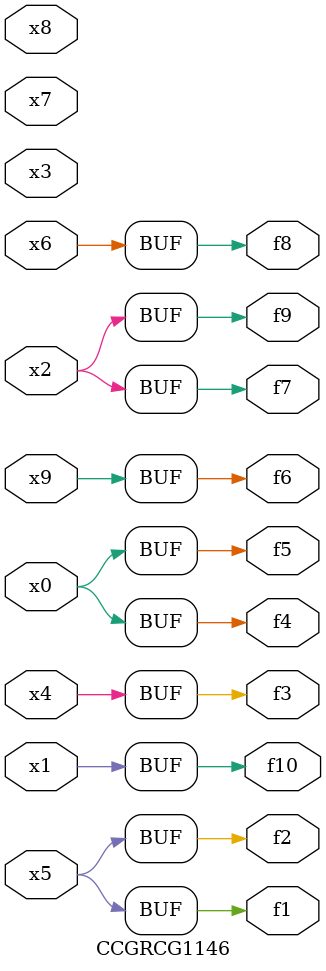
<source format=v>
module CCGRCG1146(
	input x0, x1, x2, x3, x4, x5, x6, x7, x8, x9,
	output f1, f2, f3, f4, f5, f6, f7, f8, f9, f10
);
	assign f1 = x5;
	assign f2 = x5;
	assign f3 = x4;
	assign f4 = x0;
	assign f5 = x0;
	assign f6 = x9;
	assign f7 = x2;
	assign f8 = x6;
	assign f9 = x2;
	assign f10 = x1;
endmodule

</source>
